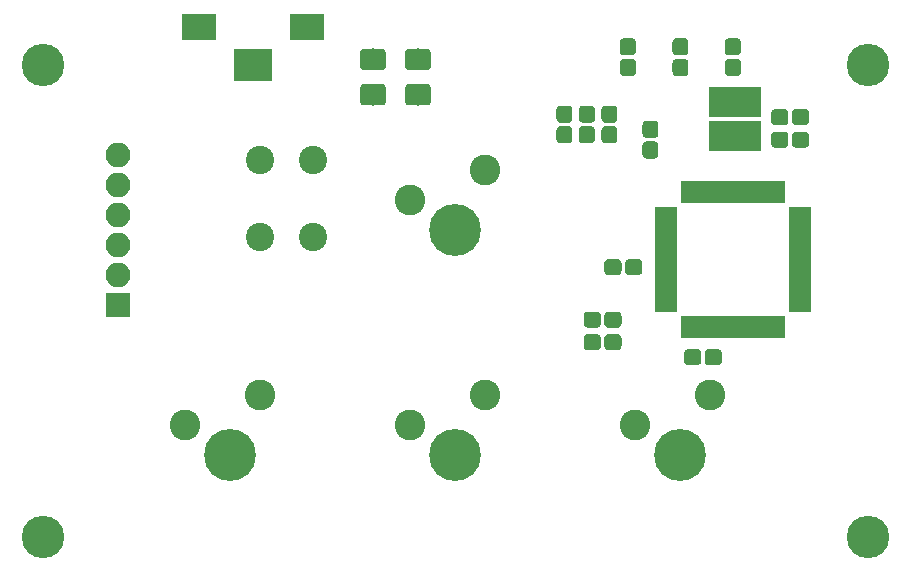
<source format=gbs>
G04 #@! TF.GenerationSoftware,KiCad,Pcbnew,(5.0.0)*
G04 #@! TF.CreationDate,2018-12-24T14:00:07+09:00*
G04 #@! TF.ProjectId,mykeyboard,6D796B6579626F6172642E6B69636164,rev?*
G04 #@! TF.SameCoordinates,Original*
G04 #@! TF.FileFunction,Soldermask,Bot*
G04 #@! TF.FilePolarity,Negative*
%FSLAX46Y46*%
G04 Gerber Fmt 4.6, Leading zero omitted, Abs format (unit mm)*
G04 Created by KiCad (PCBNEW (5.0.0)) date 12/24/18 14:00:07*
%MOMM*%
%LPD*%
G01*
G04 APERTURE LIST*
%ADD10R,2.200000X2.500000*%
%ADD11C,3.600000*%
%ADD12C,4.400000*%
%ADD13C,2.600000*%
%ADD14C,2.400000*%
%ADD15O,2.100000X2.100000*%
%ADD16R,2.100000X2.100000*%
%ADD17R,3.000000X2.300000*%
%ADD18R,0.800000X2.800000*%
%ADD19C,0.100000*%
%ADD20C,1.350000*%
%ADD21C,1.825000*%
%ADD22R,1.900000X0.950000*%
%ADD23R,0.950000X1.900000*%
G04 APERTURE END LIST*
D10*
G04 #@! TO.C,Y1*
X130175000Y-56240000D03*
X130175000Y-53340000D03*
X127975000Y-53340000D03*
X127975000Y-56240000D03*
G04 #@! TD*
D11*
G04 #@! TO.C,*
X70485000Y-90170000D03*
G04 #@! TD*
G04 #@! TO.C,*
X70485000Y-50165000D03*
G04 #@! TD*
D12*
G04 #@! TO.C,SW_DOWN1*
X105410000Y-83185000D03*
D13*
X101600000Y-80645000D03*
X107950000Y-78105000D03*
G04 #@! TD*
D12*
G04 #@! TO.C,SW_LEFT1*
X86360000Y-83185000D03*
D13*
X82550000Y-80645000D03*
X88900000Y-78105000D03*
G04 #@! TD*
D12*
G04 #@! TO.C,SW_RIGHT1*
X124460000Y-83185000D03*
D13*
X120650000Y-80645000D03*
X127000000Y-78105000D03*
G04 #@! TD*
D12*
G04 #@! TO.C,SW_UP1*
X105410000Y-64135000D03*
D13*
X101600000Y-61595000D03*
X107950000Y-59055000D03*
G04 #@! TD*
D14*
G04 #@! TO.C,SW_RST1*
X93345000Y-58270000D03*
X88845000Y-58270000D03*
X93345000Y-64770000D03*
X88845000Y-64770000D03*
G04 #@! TD*
D15*
G04 #@! TO.C,J2*
X76835000Y-57785000D03*
X76835000Y-60325000D03*
X76835000Y-62865000D03*
X76835000Y-65405000D03*
X76835000Y-67945000D03*
D16*
X76835000Y-70485000D03*
G04 #@! TD*
D17*
G04 #@! TO.C,J1*
X92865000Y-46990000D03*
X83665000Y-46990000D03*
D18*
X86965000Y-50190000D03*
X87615000Y-50190000D03*
X88265000Y-50190000D03*
X88915000Y-50190000D03*
X89565000Y-50190000D03*
G04 #@! TD*
D19*
G04 #@! TO.C,C1*
G36*
X115008605Y-55379134D02*
X115041367Y-55383994D01*
X115073495Y-55392042D01*
X115104680Y-55403200D01*
X115134620Y-55417361D01*
X115163029Y-55434388D01*
X115189632Y-55454118D01*
X115214173Y-55476360D01*
X115236415Y-55500901D01*
X115256145Y-55527504D01*
X115273172Y-55555913D01*
X115287333Y-55585853D01*
X115298491Y-55617038D01*
X115306539Y-55649166D01*
X115311399Y-55681928D01*
X115313024Y-55715009D01*
X115313024Y-56490009D01*
X115311399Y-56523090D01*
X115306539Y-56555852D01*
X115298491Y-56587980D01*
X115287333Y-56619165D01*
X115273172Y-56649105D01*
X115256145Y-56677514D01*
X115236415Y-56704117D01*
X115214173Y-56728658D01*
X115189632Y-56750900D01*
X115163029Y-56770630D01*
X115134620Y-56787657D01*
X115104680Y-56801818D01*
X115073495Y-56812976D01*
X115041367Y-56821024D01*
X115008605Y-56825884D01*
X114975524Y-56827509D01*
X114300524Y-56827509D01*
X114267443Y-56825884D01*
X114234681Y-56821024D01*
X114202553Y-56812976D01*
X114171368Y-56801818D01*
X114141428Y-56787657D01*
X114113019Y-56770630D01*
X114086416Y-56750900D01*
X114061875Y-56728658D01*
X114039633Y-56704117D01*
X114019903Y-56677514D01*
X114002876Y-56649105D01*
X113988715Y-56619165D01*
X113977557Y-56587980D01*
X113969509Y-56555852D01*
X113964649Y-56523090D01*
X113963024Y-56490009D01*
X113963024Y-55715009D01*
X113964649Y-55681928D01*
X113969509Y-55649166D01*
X113977557Y-55617038D01*
X113988715Y-55585853D01*
X114002876Y-55555913D01*
X114019903Y-55527504D01*
X114039633Y-55500901D01*
X114061875Y-55476360D01*
X114086416Y-55454118D01*
X114113019Y-55434388D01*
X114141428Y-55417361D01*
X114171368Y-55403200D01*
X114202553Y-55392042D01*
X114234681Y-55383994D01*
X114267443Y-55379134D01*
X114300524Y-55377509D01*
X114975524Y-55377509D01*
X115008605Y-55379134D01*
X115008605Y-55379134D01*
G37*
D20*
X114638024Y-56102509D03*
D19*
G36*
X115008605Y-53629134D02*
X115041367Y-53633994D01*
X115073495Y-53642042D01*
X115104680Y-53653200D01*
X115134620Y-53667361D01*
X115163029Y-53684388D01*
X115189632Y-53704118D01*
X115214173Y-53726360D01*
X115236415Y-53750901D01*
X115256145Y-53777504D01*
X115273172Y-53805913D01*
X115287333Y-53835853D01*
X115298491Y-53867038D01*
X115306539Y-53899166D01*
X115311399Y-53931928D01*
X115313024Y-53965009D01*
X115313024Y-54740009D01*
X115311399Y-54773090D01*
X115306539Y-54805852D01*
X115298491Y-54837980D01*
X115287333Y-54869165D01*
X115273172Y-54899105D01*
X115256145Y-54927514D01*
X115236415Y-54954117D01*
X115214173Y-54978658D01*
X115189632Y-55000900D01*
X115163029Y-55020630D01*
X115134620Y-55037657D01*
X115104680Y-55051818D01*
X115073495Y-55062976D01*
X115041367Y-55071024D01*
X115008605Y-55075884D01*
X114975524Y-55077509D01*
X114300524Y-55077509D01*
X114267443Y-55075884D01*
X114234681Y-55071024D01*
X114202553Y-55062976D01*
X114171368Y-55051818D01*
X114141428Y-55037657D01*
X114113019Y-55020630D01*
X114086416Y-55000900D01*
X114061875Y-54978658D01*
X114039633Y-54954117D01*
X114019903Y-54927514D01*
X114002876Y-54899105D01*
X113988715Y-54869165D01*
X113977557Y-54837980D01*
X113969509Y-54805852D01*
X113964649Y-54773090D01*
X113963024Y-54740009D01*
X113963024Y-53965009D01*
X113964649Y-53931928D01*
X113969509Y-53899166D01*
X113977557Y-53867038D01*
X113988715Y-53835853D01*
X114002876Y-53805913D01*
X114019903Y-53777504D01*
X114039633Y-53750901D01*
X114061875Y-53726360D01*
X114086416Y-53704118D01*
X114113019Y-53684388D01*
X114141428Y-53667361D01*
X114171368Y-53653200D01*
X114202553Y-53642042D01*
X114234681Y-53633994D01*
X114267443Y-53629134D01*
X114300524Y-53627509D01*
X114975524Y-53627509D01*
X115008605Y-53629134D01*
X115008605Y-53629134D01*
G37*
D20*
X114638024Y-54352509D03*
G04 #@! TD*
D19*
G04 #@! TO.C,C2*
G36*
X116913605Y-55379134D02*
X116946367Y-55383994D01*
X116978495Y-55392042D01*
X117009680Y-55403200D01*
X117039620Y-55417361D01*
X117068029Y-55434388D01*
X117094632Y-55454118D01*
X117119173Y-55476360D01*
X117141415Y-55500901D01*
X117161145Y-55527504D01*
X117178172Y-55555913D01*
X117192333Y-55585853D01*
X117203491Y-55617038D01*
X117211539Y-55649166D01*
X117216399Y-55681928D01*
X117218024Y-55715009D01*
X117218024Y-56490009D01*
X117216399Y-56523090D01*
X117211539Y-56555852D01*
X117203491Y-56587980D01*
X117192333Y-56619165D01*
X117178172Y-56649105D01*
X117161145Y-56677514D01*
X117141415Y-56704117D01*
X117119173Y-56728658D01*
X117094632Y-56750900D01*
X117068029Y-56770630D01*
X117039620Y-56787657D01*
X117009680Y-56801818D01*
X116978495Y-56812976D01*
X116946367Y-56821024D01*
X116913605Y-56825884D01*
X116880524Y-56827509D01*
X116205524Y-56827509D01*
X116172443Y-56825884D01*
X116139681Y-56821024D01*
X116107553Y-56812976D01*
X116076368Y-56801818D01*
X116046428Y-56787657D01*
X116018019Y-56770630D01*
X115991416Y-56750900D01*
X115966875Y-56728658D01*
X115944633Y-56704117D01*
X115924903Y-56677514D01*
X115907876Y-56649105D01*
X115893715Y-56619165D01*
X115882557Y-56587980D01*
X115874509Y-56555852D01*
X115869649Y-56523090D01*
X115868024Y-56490009D01*
X115868024Y-55715009D01*
X115869649Y-55681928D01*
X115874509Y-55649166D01*
X115882557Y-55617038D01*
X115893715Y-55585853D01*
X115907876Y-55555913D01*
X115924903Y-55527504D01*
X115944633Y-55500901D01*
X115966875Y-55476360D01*
X115991416Y-55454118D01*
X116018019Y-55434388D01*
X116046428Y-55417361D01*
X116076368Y-55403200D01*
X116107553Y-55392042D01*
X116139681Y-55383994D01*
X116172443Y-55379134D01*
X116205524Y-55377509D01*
X116880524Y-55377509D01*
X116913605Y-55379134D01*
X116913605Y-55379134D01*
G37*
D20*
X116543024Y-56102509D03*
D19*
G36*
X116913605Y-53629134D02*
X116946367Y-53633994D01*
X116978495Y-53642042D01*
X117009680Y-53653200D01*
X117039620Y-53667361D01*
X117068029Y-53684388D01*
X117094632Y-53704118D01*
X117119173Y-53726360D01*
X117141415Y-53750901D01*
X117161145Y-53777504D01*
X117178172Y-53805913D01*
X117192333Y-53835853D01*
X117203491Y-53867038D01*
X117211539Y-53899166D01*
X117216399Y-53931928D01*
X117218024Y-53965009D01*
X117218024Y-54740009D01*
X117216399Y-54773090D01*
X117211539Y-54805852D01*
X117203491Y-54837980D01*
X117192333Y-54869165D01*
X117178172Y-54899105D01*
X117161145Y-54927514D01*
X117141415Y-54954117D01*
X117119173Y-54978658D01*
X117094632Y-55000900D01*
X117068029Y-55020630D01*
X117039620Y-55037657D01*
X117009680Y-55051818D01*
X116978495Y-55062976D01*
X116946367Y-55071024D01*
X116913605Y-55075884D01*
X116880524Y-55077509D01*
X116205524Y-55077509D01*
X116172443Y-55075884D01*
X116139681Y-55071024D01*
X116107553Y-55062976D01*
X116076368Y-55051818D01*
X116046428Y-55037657D01*
X116018019Y-55020630D01*
X115991416Y-55000900D01*
X115966875Y-54978658D01*
X115944633Y-54954117D01*
X115924903Y-54927514D01*
X115907876Y-54899105D01*
X115893715Y-54869165D01*
X115882557Y-54837980D01*
X115874509Y-54805852D01*
X115869649Y-54773090D01*
X115868024Y-54740009D01*
X115868024Y-53965009D01*
X115869649Y-53931928D01*
X115874509Y-53899166D01*
X115882557Y-53867038D01*
X115893715Y-53835853D01*
X115907876Y-53805913D01*
X115924903Y-53777504D01*
X115944633Y-53750901D01*
X115966875Y-53726360D01*
X115991416Y-53704118D01*
X116018019Y-53684388D01*
X116046428Y-53667361D01*
X116076368Y-53653200D01*
X116107553Y-53642042D01*
X116139681Y-53633994D01*
X116172443Y-53629134D01*
X116205524Y-53627509D01*
X116880524Y-53627509D01*
X116913605Y-53629134D01*
X116913605Y-53629134D01*
G37*
D20*
X116543024Y-54352509D03*
G04 #@! TD*
D19*
G04 #@! TO.C,C3*
G36*
X118818605Y-53629134D02*
X118851367Y-53633994D01*
X118883495Y-53642042D01*
X118914680Y-53653200D01*
X118944620Y-53667361D01*
X118973029Y-53684388D01*
X118999632Y-53704118D01*
X119024173Y-53726360D01*
X119046415Y-53750901D01*
X119066145Y-53777504D01*
X119083172Y-53805913D01*
X119097333Y-53835853D01*
X119108491Y-53867038D01*
X119116539Y-53899166D01*
X119121399Y-53931928D01*
X119123024Y-53965009D01*
X119123024Y-54740009D01*
X119121399Y-54773090D01*
X119116539Y-54805852D01*
X119108491Y-54837980D01*
X119097333Y-54869165D01*
X119083172Y-54899105D01*
X119066145Y-54927514D01*
X119046415Y-54954117D01*
X119024173Y-54978658D01*
X118999632Y-55000900D01*
X118973029Y-55020630D01*
X118944620Y-55037657D01*
X118914680Y-55051818D01*
X118883495Y-55062976D01*
X118851367Y-55071024D01*
X118818605Y-55075884D01*
X118785524Y-55077509D01*
X118110524Y-55077509D01*
X118077443Y-55075884D01*
X118044681Y-55071024D01*
X118012553Y-55062976D01*
X117981368Y-55051818D01*
X117951428Y-55037657D01*
X117923019Y-55020630D01*
X117896416Y-55000900D01*
X117871875Y-54978658D01*
X117849633Y-54954117D01*
X117829903Y-54927514D01*
X117812876Y-54899105D01*
X117798715Y-54869165D01*
X117787557Y-54837980D01*
X117779509Y-54805852D01*
X117774649Y-54773090D01*
X117773024Y-54740009D01*
X117773024Y-53965009D01*
X117774649Y-53931928D01*
X117779509Y-53899166D01*
X117787557Y-53867038D01*
X117798715Y-53835853D01*
X117812876Y-53805913D01*
X117829903Y-53777504D01*
X117849633Y-53750901D01*
X117871875Y-53726360D01*
X117896416Y-53704118D01*
X117923019Y-53684388D01*
X117951428Y-53667361D01*
X117981368Y-53653200D01*
X118012553Y-53642042D01*
X118044681Y-53633994D01*
X118077443Y-53629134D01*
X118110524Y-53627509D01*
X118785524Y-53627509D01*
X118818605Y-53629134D01*
X118818605Y-53629134D01*
G37*
D20*
X118448024Y-54352509D03*
D19*
G36*
X118818605Y-55379134D02*
X118851367Y-55383994D01*
X118883495Y-55392042D01*
X118914680Y-55403200D01*
X118944620Y-55417361D01*
X118973029Y-55434388D01*
X118999632Y-55454118D01*
X119024173Y-55476360D01*
X119046415Y-55500901D01*
X119066145Y-55527504D01*
X119083172Y-55555913D01*
X119097333Y-55585853D01*
X119108491Y-55617038D01*
X119116539Y-55649166D01*
X119121399Y-55681928D01*
X119123024Y-55715009D01*
X119123024Y-56490009D01*
X119121399Y-56523090D01*
X119116539Y-56555852D01*
X119108491Y-56587980D01*
X119097333Y-56619165D01*
X119083172Y-56649105D01*
X119066145Y-56677514D01*
X119046415Y-56704117D01*
X119024173Y-56728658D01*
X118999632Y-56750900D01*
X118973029Y-56770630D01*
X118944620Y-56787657D01*
X118914680Y-56801818D01*
X118883495Y-56812976D01*
X118851367Y-56821024D01*
X118818605Y-56825884D01*
X118785524Y-56827509D01*
X118110524Y-56827509D01*
X118077443Y-56825884D01*
X118044681Y-56821024D01*
X118012553Y-56812976D01*
X117981368Y-56801818D01*
X117951428Y-56787657D01*
X117923019Y-56770630D01*
X117896416Y-56750900D01*
X117871875Y-56728658D01*
X117849633Y-56704117D01*
X117829903Y-56677514D01*
X117812876Y-56649105D01*
X117798715Y-56619165D01*
X117787557Y-56587980D01*
X117779509Y-56555852D01*
X117774649Y-56523090D01*
X117773024Y-56490009D01*
X117773024Y-55715009D01*
X117774649Y-55681928D01*
X117779509Y-55649166D01*
X117787557Y-55617038D01*
X117798715Y-55585853D01*
X117812876Y-55555913D01*
X117829903Y-55527504D01*
X117849633Y-55500901D01*
X117871875Y-55476360D01*
X117896416Y-55454118D01*
X117923019Y-55434388D01*
X117951428Y-55417361D01*
X117981368Y-55403200D01*
X118012553Y-55392042D01*
X118044681Y-55383994D01*
X118077443Y-55379134D01*
X118110524Y-55377509D01*
X118785524Y-55377509D01*
X118818605Y-55379134D01*
X118818605Y-55379134D01*
G37*
D20*
X118448024Y-56102509D03*
G04 #@! TD*
D19*
G04 #@! TO.C,C4*
G36*
X133290581Y-55841625D02*
X133323343Y-55846485D01*
X133355471Y-55854533D01*
X133386656Y-55865691D01*
X133416596Y-55879852D01*
X133445005Y-55896879D01*
X133471608Y-55916609D01*
X133496149Y-55938851D01*
X133518391Y-55963392D01*
X133538121Y-55989995D01*
X133555148Y-56018404D01*
X133569309Y-56048344D01*
X133580467Y-56079529D01*
X133588515Y-56111657D01*
X133593375Y-56144419D01*
X133595000Y-56177500D01*
X133595000Y-56852500D01*
X133593375Y-56885581D01*
X133588515Y-56918343D01*
X133580467Y-56950471D01*
X133569309Y-56981656D01*
X133555148Y-57011596D01*
X133538121Y-57040005D01*
X133518391Y-57066608D01*
X133496149Y-57091149D01*
X133471608Y-57113391D01*
X133445005Y-57133121D01*
X133416596Y-57150148D01*
X133386656Y-57164309D01*
X133355471Y-57175467D01*
X133323343Y-57183515D01*
X133290581Y-57188375D01*
X133257500Y-57190000D01*
X132482500Y-57190000D01*
X132449419Y-57188375D01*
X132416657Y-57183515D01*
X132384529Y-57175467D01*
X132353344Y-57164309D01*
X132323404Y-57150148D01*
X132294995Y-57133121D01*
X132268392Y-57113391D01*
X132243851Y-57091149D01*
X132221609Y-57066608D01*
X132201879Y-57040005D01*
X132184852Y-57011596D01*
X132170691Y-56981656D01*
X132159533Y-56950471D01*
X132151485Y-56918343D01*
X132146625Y-56885581D01*
X132145000Y-56852500D01*
X132145000Y-56177500D01*
X132146625Y-56144419D01*
X132151485Y-56111657D01*
X132159533Y-56079529D01*
X132170691Y-56048344D01*
X132184852Y-56018404D01*
X132201879Y-55989995D01*
X132221609Y-55963392D01*
X132243851Y-55938851D01*
X132268392Y-55916609D01*
X132294995Y-55896879D01*
X132323404Y-55879852D01*
X132353344Y-55865691D01*
X132384529Y-55854533D01*
X132416657Y-55846485D01*
X132449419Y-55841625D01*
X132482500Y-55840000D01*
X133257500Y-55840000D01*
X133290581Y-55841625D01*
X133290581Y-55841625D01*
G37*
D20*
X132870000Y-56515000D03*
D19*
G36*
X135040581Y-55841625D02*
X135073343Y-55846485D01*
X135105471Y-55854533D01*
X135136656Y-55865691D01*
X135166596Y-55879852D01*
X135195005Y-55896879D01*
X135221608Y-55916609D01*
X135246149Y-55938851D01*
X135268391Y-55963392D01*
X135288121Y-55989995D01*
X135305148Y-56018404D01*
X135319309Y-56048344D01*
X135330467Y-56079529D01*
X135338515Y-56111657D01*
X135343375Y-56144419D01*
X135345000Y-56177500D01*
X135345000Y-56852500D01*
X135343375Y-56885581D01*
X135338515Y-56918343D01*
X135330467Y-56950471D01*
X135319309Y-56981656D01*
X135305148Y-57011596D01*
X135288121Y-57040005D01*
X135268391Y-57066608D01*
X135246149Y-57091149D01*
X135221608Y-57113391D01*
X135195005Y-57133121D01*
X135166596Y-57150148D01*
X135136656Y-57164309D01*
X135105471Y-57175467D01*
X135073343Y-57183515D01*
X135040581Y-57188375D01*
X135007500Y-57190000D01*
X134232500Y-57190000D01*
X134199419Y-57188375D01*
X134166657Y-57183515D01*
X134134529Y-57175467D01*
X134103344Y-57164309D01*
X134073404Y-57150148D01*
X134044995Y-57133121D01*
X134018392Y-57113391D01*
X133993851Y-57091149D01*
X133971609Y-57066608D01*
X133951879Y-57040005D01*
X133934852Y-57011596D01*
X133920691Y-56981656D01*
X133909533Y-56950471D01*
X133901485Y-56918343D01*
X133896625Y-56885581D01*
X133895000Y-56852500D01*
X133895000Y-56177500D01*
X133896625Y-56144419D01*
X133901485Y-56111657D01*
X133909533Y-56079529D01*
X133920691Y-56048344D01*
X133934852Y-56018404D01*
X133951879Y-55989995D01*
X133971609Y-55963392D01*
X133993851Y-55938851D01*
X134018392Y-55916609D01*
X134044995Y-55896879D01*
X134073404Y-55879852D01*
X134103344Y-55865691D01*
X134134529Y-55854533D01*
X134166657Y-55846485D01*
X134199419Y-55841625D01*
X134232500Y-55840000D01*
X135007500Y-55840000D01*
X135040581Y-55841625D01*
X135040581Y-55841625D01*
G37*
D20*
X134620000Y-56515000D03*
G04 #@! TD*
D19*
G04 #@! TO.C,C5*
G36*
X135040581Y-53936625D02*
X135073343Y-53941485D01*
X135105471Y-53949533D01*
X135136656Y-53960691D01*
X135166596Y-53974852D01*
X135195005Y-53991879D01*
X135221608Y-54011609D01*
X135246149Y-54033851D01*
X135268391Y-54058392D01*
X135288121Y-54084995D01*
X135305148Y-54113404D01*
X135319309Y-54143344D01*
X135330467Y-54174529D01*
X135338515Y-54206657D01*
X135343375Y-54239419D01*
X135345000Y-54272500D01*
X135345000Y-54947500D01*
X135343375Y-54980581D01*
X135338515Y-55013343D01*
X135330467Y-55045471D01*
X135319309Y-55076656D01*
X135305148Y-55106596D01*
X135288121Y-55135005D01*
X135268391Y-55161608D01*
X135246149Y-55186149D01*
X135221608Y-55208391D01*
X135195005Y-55228121D01*
X135166596Y-55245148D01*
X135136656Y-55259309D01*
X135105471Y-55270467D01*
X135073343Y-55278515D01*
X135040581Y-55283375D01*
X135007500Y-55285000D01*
X134232500Y-55285000D01*
X134199419Y-55283375D01*
X134166657Y-55278515D01*
X134134529Y-55270467D01*
X134103344Y-55259309D01*
X134073404Y-55245148D01*
X134044995Y-55228121D01*
X134018392Y-55208391D01*
X133993851Y-55186149D01*
X133971609Y-55161608D01*
X133951879Y-55135005D01*
X133934852Y-55106596D01*
X133920691Y-55076656D01*
X133909533Y-55045471D01*
X133901485Y-55013343D01*
X133896625Y-54980581D01*
X133895000Y-54947500D01*
X133895000Y-54272500D01*
X133896625Y-54239419D01*
X133901485Y-54206657D01*
X133909533Y-54174529D01*
X133920691Y-54143344D01*
X133934852Y-54113404D01*
X133951879Y-54084995D01*
X133971609Y-54058392D01*
X133993851Y-54033851D01*
X134018392Y-54011609D01*
X134044995Y-53991879D01*
X134073404Y-53974852D01*
X134103344Y-53960691D01*
X134134529Y-53949533D01*
X134166657Y-53941485D01*
X134199419Y-53936625D01*
X134232500Y-53935000D01*
X135007500Y-53935000D01*
X135040581Y-53936625D01*
X135040581Y-53936625D01*
G37*
D20*
X134620000Y-54610000D03*
D19*
G36*
X133290581Y-53936625D02*
X133323343Y-53941485D01*
X133355471Y-53949533D01*
X133386656Y-53960691D01*
X133416596Y-53974852D01*
X133445005Y-53991879D01*
X133471608Y-54011609D01*
X133496149Y-54033851D01*
X133518391Y-54058392D01*
X133538121Y-54084995D01*
X133555148Y-54113404D01*
X133569309Y-54143344D01*
X133580467Y-54174529D01*
X133588515Y-54206657D01*
X133593375Y-54239419D01*
X133595000Y-54272500D01*
X133595000Y-54947500D01*
X133593375Y-54980581D01*
X133588515Y-55013343D01*
X133580467Y-55045471D01*
X133569309Y-55076656D01*
X133555148Y-55106596D01*
X133538121Y-55135005D01*
X133518391Y-55161608D01*
X133496149Y-55186149D01*
X133471608Y-55208391D01*
X133445005Y-55228121D01*
X133416596Y-55245148D01*
X133386656Y-55259309D01*
X133355471Y-55270467D01*
X133323343Y-55278515D01*
X133290581Y-55283375D01*
X133257500Y-55285000D01*
X132482500Y-55285000D01*
X132449419Y-55283375D01*
X132416657Y-55278515D01*
X132384529Y-55270467D01*
X132353344Y-55259309D01*
X132323404Y-55245148D01*
X132294995Y-55228121D01*
X132268392Y-55208391D01*
X132243851Y-55186149D01*
X132221609Y-55161608D01*
X132201879Y-55135005D01*
X132184852Y-55106596D01*
X132170691Y-55076656D01*
X132159533Y-55045471D01*
X132151485Y-55013343D01*
X132146625Y-54980581D01*
X132145000Y-54947500D01*
X132145000Y-54272500D01*
X132146625Y-54239419D01*
X132151485Y-54206657D01*
X132159533Y-54174529D01*
X132170691Y-54143344D01*
X132184852Y-54113404D01*
X132201879Y-54084995D01*
X132221609Y-54058392D01*
X132243851Y-54033851D01*
X132268392Y-54011609D01*
X132294995Y-53991879D01*
X132323404Y-53974852D01*
X132353344Y-53960691D01*
X132384529Y-53949533D01*
X132416657Y-53941485D01*
X132449419Y-53936625D01*
X132482500Y-53935000D01*
X133257500Y-53935000D01*
X133290581Y-53936625D01*
X133290581Y-53936625D01*
G37*
D20*
X132870000Y-54610000D03*
G04 #@! TD*
D19*
G04 #@! TO.C,C6*
G36*
X127660581Y-74256625D02*
X127693343Y-74261485D01*
X127725471Y-74269533D01*
X127756656Y-74280691D01*
X127786596Y-74294852D01*
X127815005Y-74311879D01*
X127841608Y-74331609D01*
X127866149Y-74353851D01*
X127888391Y-74378392D01*
X127908121Y-74404995D01*
X127925148Y-74433404D01*
X127939309Y-74463344D01*
X127950467Y-74494529D01*
X127958515Y-74526657D01*
X127963375Y-74559419D01*
X127965000Y-74592500D01*
X127965000Y-75267500D01*
X127963375Y-75300581D01*
X127958515Y-75333343D01*
X127950467Y-75365471D01*
X127939309Y-75396656D01*
X127925148Y-75426596D01*
X127908121Y-75455005D01*
X127888391Y-75481608D01*
X127866149Y-75506149D01*
X127841608Y-75528391D01*
X127815005Y-75548121D01*
X127786596Y-75565148D01*
X127756656Y-75579309D01*
X127725471Y-75590467D01*
X127693343Y-75598515D01*
X127660581Y-75603375D01*
X127627500Y-75605000D01*
X126852500Y-75605000D01*
X126819419Y-75603375D01*
X126786657Y-75598515D01*
X126754529Y-75590467D01*
X126723344Y-75579309D01*
X126693404Y-75565148D01*
X126664995Y-75548121D01*
X126638392Y-75528391D01*
X126613851Y-75506149D01*
X126591609Y-75481608D01*
X126571879Y-75455005D01*
X126554852Y-75426596D01*
X126540691Y-75396656D01*
X126529533Y-75365471D01*
X126521485Y-75333343D01*
X126516625Y-75300581D01*
X126515000Y-75267500D01*
X126515000Y-74592500D01*
X126516625Y-74559419D01*
X126521485Y-74526657D01*
X126529533Y-74494529D01*
X126540691Y-74463344D01*
X126554852Y-74433404D01*
X126571879Y-74404995D01*
X126591609Y-74378392D01*
X126613851Y-74353851D01*
X126638392Y-74331609D01*
X126664995Y-74311879D01*
X126693404Y-74294852D01*
X126723344Y-74280691D01*
X126754529Y-74269533D01*
X126786657Y-74261485D01*
X126819419Y-74256625D01*
X126852500Y-74255000D01*
X127627500Y-74255000D01*
X127660581Y-74256625D01*
X127660581Y-74256625D01*
G37*
D20*
X127240000Y-74930000D03*
D19*
G36*
X125910581Y-74256625D02*
X125943343Y-74261485D01*
X125975471Y-74269533D01*
X126006656Y-74280691D01*
X126036596Y-74294852D01*
X126065005Y-74311879D01*
X126091608Y-74331609D01*
X126116149Y-74353851D01*
X126138391Y-74378392D01*
X126158121Y-74404995D01*
X126175148Y-74433404D01*
X126189309Y-74463344D01*
X126200467Y-74494529D01*
X126208515Y-74526657D01*
X126213375Y-74559419D01*
X126215000Y-74592500D01*
X126215000Y-75267500D01*
X126213375Y-75300581D01*
X126208515Y-75333343D01*
X126200467Y-75365471D01*
X126189309Y-75396656D01*
X126175148Y-75426596D01*
X126158121Y-75455005D01*
X126138391Y-75481608D01*
X126116149Y-75506149D01*
X126091608Y-75528391D01*
X126065005Y-75548121D01*
X126036596Y-75565148D01*
X126006656Y-75579309D01*
X125975471Y-75590467D01*
X125943343Y-75598515D01*
X125910581Y-75603375D01*
X125877500Y-75605000D01*
X125102500Y-75605000D01*
X125069419Y-75603375D01*
X125036657Y-75598515D01*
X125004529Y-75590467D01*
X124973344Y-75579309D01*
X124943404Y-75565148D01*
X124914995Y-75548121D01*
X124888392Y-75528391D01*
X124863851Y-75506149D01*
X124841609Y-75481608D01*
X124821879Y-75455005D01*
X124804852Y-75426596D01*
X124790691Y-75396656D01*
X124779533Y-75365471D01*
X124771485Y-75333343D01*
X124766625Y-75300581D01*
X124765000Y-75267500D01*
X124765000Y-74592500D01*
X124766625Y-74559419D01*
X124771485Y-74526657D01*
X124779533Y-74494529D01*
X124790691Y-74463344D01*
X124804852Y-74433404D01*
X124821879Y-74404995D01*
X124841609Y-74378392D01*
X124863851Y-74353851D01*
X124888392Y-74331609D01*
X124914995Y-74311879D01*
X124943404Y-74294852D01*
X124973344Y-74280691D01*
X125004529Y-74269533D01*
X125036657Y-74261485D01*
X125069419Y-74256625D01*
X125102500Y-74255000D01*
X125877500Y-74255000D01*
X125910581Y-74256625D01*
X125910581Y-74256625D01*
G37*
D20*
X125490000Y-74930000D03*
G04 #@! TD*
D19*
G04 #@! TO.C,C7*
G36*
X120915581Y-66636625D02*
X120948343Y-66641485D01*
X120980471Y-66649533D01*
X121011656Y-66660691D01*
X121041596Y-66674852D01*
X121070005Y-66691879D01*
X121096608Y-66711609D01*
X121121149Y-66733851D01*
X121143391Y-66758392D01*
X121163121Y-66784995D01*
X121180148Y-66813404D01*
X121194309Y-66843344D01*
X121205467Y-66874529D01*
X121213515Y-66906657D01*
X121218375Y-66939419D01*
X121220000Y-66972500D01*
X121220000Y-67647500D01*
X121218375Y-67680581D01*
X121213515Y-67713343D01*
X121205467Y-67745471D01*
X121194309Y-67776656D01*
X121180148Y-67806596D01*
X121163121Y-67835005D01*
X121143391Y-67861608D01*
X121121149Y-67886149D01*
X121096608Y-67908391D01*
X121070005Y-67928121D01*
X121041596Y-67945148D01*
X121011656Y-67959309D01*
X120980471Y-67970467D01*
X120948343Y-67978515D01*
X120915581Y-67983375D01*
X120882500Y-67985000D01*
X120107500Y-67985000D01*
X120074419Y-67983375D01*
X120041657Y-67978515D01*
X120009529Y-67970467D01*
X119978344Y-67959309D01*
X119948404Y-67945148D01*
X119919995Y-67928121D01*
X119893392Y-67908391D01*
X119868851Y-67886149D01*
X119846609Y-67861608D01*
X119826879Y-67835005D01*
X119809852Y-67806596D01*
X119795691Y-67776656D01*
X119784533Y-67745471D01*
X119776485Y-67713343D01*
X119771625Y-67680581D01*
X119770000Y-67647500D01*
X119770000Y-66972500D01*
X119771625Y-66939419D01*
X119776485Y-66906657D01*
X119784533Y-66874529D01*
X119795691Y-66843344D01*
X119809852Y-66813404D01*
X119826879Y-66784995D01*
X119846609Y-66758392D01*
X119868851Y-66733851D01*
X119893392Y-66711609D01*
X119919995Y-66691879D01*
X119948404Y-66674852D01*
X119978344Y-66660691D01*
X120009529Y-66649533D01*
X120041657Y-66641485D01*
X120074419Y-66636625D01*
X120107500Y-66635000D01*
X120882500Y-66635000D01*
X120915581Y-66636625D01*
X120915581Y-66636625D01*
G37*
D20*
X120495000Y-67310000D03*
D19*
G36*
X119165581Y-66636625D02*
X119198343Y-66641485D01*
X119230471Y-66649533D01*
X119261656Y-66660691D01*
X119291596Y-66674852D01*
X119320005Y-66691879D01*
X119346608Y-66711609D01*
X119371149Y-66733851D01*
X119393391Y-66758392D01*
X119413121Y-66784995D01*
X119430148Y-66813404D01*
X119444309Y-66843344D01*
X119455467Y-66874529D01*
X119463515Y-66906657D01*
X119468375Y-66939419D01*
X119470000Y-66972500D01*
X119470000Y-67647500D01*
X119468375Y-67680581D01*
X119463515Y-67713343D01*
X119455467Y-67745471D01*
X119444309Y-67776656D01*
X119430148Y-67806596D01*
X119413121Y-67835005D01*
X119393391Y-67861608D01*
X119371149Y-67886149D01*
X119346608Y-67908391D01*
X119320005Y-67928121D01*
X119291596Y-67945148D01*
X119261656Y-67959309D01*
X119230471Y-67970467D01*
X119198343Y-67978515D01*
X119165581Y-67983375D01*
X119132500Y-67985000D01*
X118357500Y-67985000D01*
X118324419Y-67983375D01*
X118291657Y-67978515D01*
X118259529Y-67970467D01*
X118228344Y-67959309D01*
X118198404Y-67945148D01*
X118169995Y-67928121D01*
X118143392Y-67908391D01*
X118118851Y-67886149D01*
X118096609Y-67861608D01*
X118076879Y-67835005D01*
X118059852Y-67806596D01*
X118045691Y-67776656D01*
X118034533Y-67745471D01*
X118026485Y-67713343D01*
X118021625Y-67680581D01*
X118020000Y-67647500D01*
X118020000Y-66972500D01*
X118021625Y-66939419D01*
X118026485Y-66906657D01*
X118034533Y-66874529D01*
X118045691Y-66843344D01*
X118059852Y-66813404D01*
X118076879Y-66784995D01*
X118096609Y-66758392D01*
X118118851Y-66733851D01*
X118143392Y-66711609D01*
X118169995Y-66691879D01*
X118198404Y-66674852D01*
X118228344Y-66660691D01*
X118259529Y-66649533D01*
X118291657Y-66641485D01*
X118324419Y-66636625D01*
X118357500Y-66635000D01*
X119132500Y-66635000D01*
X119165581Y-66636625D01*
X119165581Y-66636625D01*
G37*
D20*
X118745000Y-67310000D03*
G04 #@! TD*
D19*
G04 #@! TO.C,D1*
G36*
X103021207Y-48819042D02*
X103052287Y-48823652D01*
X103082766Y-48831287D01*
X103112350Y-48841872D01*
X103140754Y-48855306D01*
X103167704Y-48871459D01*
X103192942Y-48890177D01*
X103216223Y-48911277D01*
X103237323Y-48934558D01*
X103256041Y-48959796D01*
X103272194Y-48986746D01*
X103285628Y-49015150D01*
X103296213Y-49044734D01*
X103303848Y-49075213D01*
X103308458Y-49106293D01*
X103310000Y-49137676D01*
X103310000Y-50322324D01*
X103308458Y-50353707D01*
X103303848Y-50384787D01*
X103296213Y-50415266D01*
X103285628Y-50444850D01*
X103272194Y-50473254D01*
X103256041Y-50500204D01*
X103237323Y-50525442D01*
X103216223Y-50548723D01*
X103192942Y-50569823D01*
X103167704Y-50588541D01*
X103140754Y-50604694D01*
X103112350Y-50618128D01*
X103082766Y-50628713D01*
X103052287Y-50636348D01*
X103021207Y-50640958D01*
X102989824Y-50642500D01*
X101480176Y-50642500D01*
X101448793Y-50640958D01*
X101417713Y-50636348D01*
X101387234Y-50628713D01*
X101357650Y-50618128D01*
X101329246Y-50604694D01*
X101302296Y-50588541D01*
X101277058Y-50569823D01*
X101253777Y-50548723D01*
X101232677Y-50525442D01*
X101213959Y-50500204D01*
X101197806Y-50473254D01*
X101184372Y-50444850D01*
X101173787Y-50415266D01*
X101166152Y-50384787D01*
X101161542Y-50353707D01*
X101160000Y-50322324D01*
X101160000Y-49137676D01*
X101161542Y-49106293D01*
X101166152Y-49075213D01*
X101173787Y-49044734D01*
X101184372Y-49015150D01*
X101197806Y-48986746D01*
X101213959Y-48959796D01*
X101232677Y-48934558D01*
X101253777Y-48911277D01*
X101277058Y-48890177D01*
X101302296Y-48871459D01*
X101329246Y-48855306D01*
X101357650Y-48841872D01*
X101387234Y-48831287D01*
X101417713Y-48823652D01*
X101448793Y-48819042D01*
X101480176Y-48817500D01*
X102989824Y-48817500D01*
X103021207Y-48819042D01*
X103021207Y-48819042D01*
G37*
D21*
X102235000Y-49730000D03*
D19*
G36*
X103021207Y-51794042D02*
X103052287Y-51798652D01*
X103082766Y-51806287D01*
X103112350Y-51816872D01*
X103140754Y-51830306D01*
X103167704Y-51846459D01*
X103192942Y-51865177D01*
X103216223Y-51886277D01*
X103237323Y-51909558D01*
X103256041Y-51934796D01*
X103272194Y-51961746D01*
X103285628Y-51990150D01*
X103296213Y-52019734D01*
X103303848Y-52050213D01*
X103308458Y-52081293D01*
X103310000Y-52112676D01*
X103310000Y-53297324D01*
X103308458Y-53328707D01*
X103303848Y-53359787D01*
X103296213Y-53390266D01*
X103285628Y-53419850D01*
X103272194Y-53448254D01*
X103256041Y-53475204D01*
X103237323Y-53500442D01*
X103216223Y-53523723D01*
X103192942Y-53544823D01*
X103167704Y-53563541D01*
X103140754Y-53579694D01*
X103112350Y-53593128D01*
X103082766Y-53603713D01*
X103052287Y-53611348D01*
X103021207Y-53615958D01*
X102989824Y-53617500D01*
X101480176Y-53617500D01*
X101448793Y-53615958D01*
X101417713Y-53611348D01*
X101387234Y-53603713D01*
X101357650Y-53593128D01*
X101329246Y-53579694D01*
X101302296Y-53563541D01*
X101277058Y-53544823D01*
X101253777Y-53523723D01*
X101232677Y-53500442D01*
X101213959Y-53475204D01*
X101197806Y-53448254D01*
X101184372Y-53419850D01*
X101173787Y-53390266D01*
X101166152Y-53359787D01*
X101161542Y-53328707D01*
X101160000Y-53297324D01*
X101160000Y-52112676D01*
X101161542Y-52081293D01*
X101166152Y-52050213D01*
X101173787Y-52019734D01*
X101184372Y-51990150D01*
X101197806Y-51961746D01*
X101213959Y-51934796D01*
X101232677Y-51909558D01*
X101253777Y-51886277D01*
X101277058Y-51865177D01*
X101302296Y-51846459D01*
X101329246Y-51830306D01*
X101357650Y-51816872D01*
X101387234Y-51806287D01*
X101417713Y-51798652D01*
X101448793Y-51794042D01*
X101480176Y-51792500D01*
X102989824Y-51792500D01*
X103021207Y-51794042D01*
X103021207Y-51794042D01*
G37*
D21*
X102235000Y-52705000D03*
G04 #@! TD*
D19*
G04 #@! TO.C,F1*
G36*
X99211207Y-48819042D02*
X99242287Y-48823652D01*
X99272766Y-48831287D01*
X99302350Y-48841872D01*
X99330754Y-48855306D01*
X99357704Y-48871459D01*
X99382942Y-48890177D01*
X99406223Y-48911277D01*
X99427323Y-48934558D01*
X99446041Y-48959796D01*
X99462194Y-48986746D01*
X99475628Y-49015150D01*
X99486213Y-49044734D01*
X99493848Y-49075213D01*
X99498458Y-49106293D01*
X99500000Y-49137676D01*
X99500000Y-50322324D01*
X99498458Y-50353707D01*
X99493848Y-50384787D01*
X99486213Y-50415266D01*
X99475628Y-50444850D01*
X99462194Y-50473254D01*
X99446041Y-50500204D01*
X99427323Y-50525442D01*
X99406223Y-50548723D01*
X99382942Y-50569823D01*
X99357704Y-50588541D01*
X99330754Y-50604694D01*
X99302350Y-50618128D01*
X99272766Y-50628713D01*
X99242287Y-50636348D01*
X99211207Y-50640958D01*
X99179824Y-50642500D01*
X97670176Y-50642500D01*
X97638793Y-50640958D01*
X97607713Y-50636348D01*
X97577234Y-50628713D01*
X97547650Y-50618128D01*
X97519246Y-50604694D01*
X97492296Y-50588541D01*
X97467058Y-50569823D01*
X97443777Y-50548723D01*
X97422677Y-50525442D01*
X97403959Y-50500204D01*
X97387806Y-50473254D01*
X97374372Y-50444850D01*
X97363787Y-50415266D01*
X97356152Y-50384787D01*
X97351542Y-50353707D01*
X97350000Y-50322324D01*
X97350000Y-49137676D01*
X97351542Y-49106293D01*
X97356152Y-49075213D01*
X97363787Y-49044734D01*
X97374372Y-49015150D01*
X97387806Y-48986746D01*
X97403959Y-48959796D01*
X97422677Y-48934558D01*
X97443777Y-48911277D01*
X97467058Y-48890177D01*
X97492296Y-48871459D01*
X97519246Y-48855306D01*
X97547650Y-48841872D01*
X97577234Y-48831287D01*
X97607713Y-48823652D01*
X97638793Y-48819042D01*
X97670176Y-48817500D01*
X99179824Y-48817500D01*
X99211207Y-48819042D01*
X99211207Y-48819042D01*
G37*
D21*
X98425000Y-49730000D03*
D19*
G36*
X99211207Y-51794042D02*
X99242287Y-51798652D01*
X99272766Y-51806287D01*
X99302350Y-51816872D01*
X99330754Y-51830306D01*
X99357704Y-51846459D01*
X99382942Y-51865177D01*
X99406223Y-51886277D01*
X99427323Y-51909558D01*
X99446041Y-51934796D01*
X99462194Y-51961746D01*
X99475628Y-51990150D01*
X99486213Y-52019734D01*
X99493848Y-52050213D01*
X99498458Y-52081293D01*
X99500000Y-52112676D01*
X99500000Y-53297324D01*
X99498458Y-53328707D01*
X99493848Y-53359787D01*
X99486213Y-53390266D01*
X99475628Y-53419850D01*
X99462194Y-53448254D01*
X99446041Y-53475204D01*
X99427323Y-53500442D01*
X99406223Y-53523723D01*
X99382942Y-53544823D01*
X99357704Y-53563541D01*
X99330754Y-53579694D01*
X99302350Y-53593128D01*
X99272766Y-53603713D01*
X99242287Y-53611348D01*
X99211207Y-53615958D01*
X99179824Y-53617500D01*
X97670176Y-53617500D01*
X97638793Y-53615958D01*
X97607713Y-53611348D01*
X97577234Y-53603713D01*
X97547650Y-53593128D01*
X97519246Y-53579694D01*
X97492296Y-53563541D01*
X97467058Y-53544823D01*
X97443777Y-53523723D01*
X97422677Y-53500442D01*
X97403959Y-53475204D01*
X97387806Y-53448254D01*
X97374372Y-53419850D01*
X97363787Y-53390266D01*
X97356152Y-53359787D01*
X97351542Y-53328707D01*
X97350000Y-53297324D01*
X97350000Y-52112676D01*
X97351542Y-52081293D01*
X97356152Y-52050213D01*
X97363787Y-52019734D01*
X97374372Y-51990150D01*
X97387806Y-51961746D01*
X97403959Y-51934796D01*
X97422677Y-51909558D01*
X97443777Y-51886277D01*
X97467058Y-51865177D01*
X97492296Y-51846459D01*
X97519246Y-51830306D01*
X97547650Y-51816872D01*
X97577234Y-51806287D01*
X97607713Y-51798652D01*
X97638793Y-51794042D01*
X97670176Y-51792500D01*
X99179824Y-51792500D01*
X99211207Y-51794042D01*
X99211207Y-51794042D01*
G37*
D21*
X98425000Y-52705000D03*
G04 #@! TD*
D19*
G04 #@! TO.C,R1*
G36*
X117415581Y-71081625D02*
X117448343Y-71086485D01*
X117480471Y-71094533D01*
X117511656Y-71105691D01*
X117541596Y-71119852D01*
X117570005Y-71136879D01*
X117596608Y-71156609D01*
X117621149Y-71178851D01*
X117643391Y-71203392D01*
X117663121Y-71229995D01*
X117680148Y-71258404D01*
X117694309Y-71288344D01*
X117705467Y-71319529D01*
X117713515Y-71351657D01*
X117718375Y-71384419D01*
X117720000Y-71417500D01*
X117720000Y-72092500D01*
X117718375Y-72125581D01*
X117713515Y-72158343D01*
X117705467Y-72190471D01*
X117694309Y-72221656D01*
X117680148Y-72251596D01*
X117663121Y-72280005D01*
X117643391Y-72306608D01*
X117621149Y-72331149D01*
X117596608Y-72353391D01*
X117570005Y-72373121D01*
X117541596Y-72390148D01*
X117511656Y-72404309D01*
X117480471Y-72415467D01*
X117448343Y-72423515D01*
X117415581Y-72428375D01*
X117382500Y-72430000D01*
X116607500Y-72430000D01*
X116574419Y-72428375D01*
X116541657Y-72423515D01*
X116509529Y-72415467D01*
X116478344Y-72404309D01*
X116448404Y-72390148D01*
X116419995Y-72373121D01*
X116393392Y-72353391D01*
X116368851Y-72331149D01*
X116346609Y-72306608D01*
X116326879Y-72280005D01*
X116309852Y-72251596D01*
X116295691Y-72221656D01*
X116284533Y-72190471D01*
X116276485Y-72158343D01*
X116271625Y-72125581D01*
X116270000Y-72092500D01*
X116270000Y-71417500D01*
X116271625Y-71384419D01*
X116276485Y-71351657D01*
X116284533Y-71319529D01*
X116295691Y-71288344D01*
X116309852Y-71258404D01*
X116326879Y-71229995D01*
X116346609Y-71203392D01*
X116368851Y-71178851D01*
X116393392Y-71156609D01*
X116419995Y-71136879D01*
X116448404Y-71119852D01*
X116478344Y-71105691D01*
X116509529Y-71094533D01*
X116541657Y-71086485D01*
X116574419Y-71081625D01*
X116607500Y-71080000D01*
X117382500Y-71080000D01*
X117415581Y-71081625D01*
X117415581Y-71081625D01*
G37*
D20*
X116995000Y-71755000D03*
D19*
G36*
X119165581Y-71081625D02*
X119198343Y-71086485D01*
X119230471Y-71094533D01*
X119261656Y-71105691D01*
X119291596Y-71119852D01*
X119320005Y-71136879D01*
X119346608Y-71156609D01*
X119371149Y-71178851D01*
X119393391Y-71203392D01*
X119413121Y-71229995D01*
X119430148Y-71258404D01*
X119444309Y-71288344D01*
X119455467Y-71319529D01*
X119463515Y-71351657D01*
X119468375Y-71384419D01*
X119470000Y-71417500D01*
X119470000Y-72092500D01*
X119468375Y-72125581D01*
X119463515Y-72158343D01*
X119455467Y-72190471D01*
X119444309Y-72221656D01*
X119430148Y-72251596D01*
X119413121Y-72280005D01*
X119393391Y-72306608D01*
X119371149Y-72331149D01*
X119346608Y-72353391D01*
X119320005Y-72373121D01*
X119291596Y-72390148D01*
X119261656Y-72404309D01*
X119230471Y-72415467D01*
X119198343Y-72423515D01*
X119165581Y-72428375D01*
X119132500Y-72430000D01*
X118357500Y-72430000D01*
X118324419Y-72428375D01*
X118291657Y-72423515D01*
X118259529Y-72415467D01*
X118228344Y-72404309D01*
X118198404Y-72390148D01*
X118169995Y-72373121D01*
X118143392Y-72353391D01*
X118118851Y-72331149D01*
X118096609Y-72306608D01*
X118076879Y-72280005D01*
X118059852Y-72251596D01*
X118045691Y-72221656D01*
X118034533Y-72190471D01*
X118026485Y-72158343D01*
X118021625Y-72125581D01*
X118020000Y-72092500D01*
X118020000Y-71417500D01*
X118021625Y-71384419D01*
X118026485Y-71351657D01*
X118034533Y-71319529D01*
X118045691Y-71288344D01*
X118059852Y-71258404D01*
X118076879Y-71229995D01*
X118096609Y-71203392D01*
X118118851Y-71178851D01*
X118143392Y-71156609D01*
X118169995Y-71136879D01*
X118198404Y-71119852D01*
X118228344Y-71105691D01*
X118259529Y-71094533D01*
X118291657Y-71086485D01*
X118324419Y-71081625D01*
X118357500Y-71080000D01*
X119132500Y-71080000D01*
X119165581Y-71081625D01*
X119165581Y-71081625D01*
G37*
D20*
X118745000Y-71755000D03*
G04 #@! TD*
D19*
G04 #@! TO.C,R2*
G36*
X119165581Y-72986625D02*
X119198343Y-72991485D01*
X119230471Y-72999533D01*
X119261656Y-73010691D01*
X119291596Y-73024852D01*
X119320005Y-73041879D01*
X119346608Y-73061609D01*
X119371149Y-73083851D01*
X119393391Y-73108392D01*
X119413121Y-73134995D01*
X119430148Y-73163404D01*
X119444309Y-73193344D01*
X119455467Y-73224529D01*
X119463515Y-73256657D01*
X119468375Y-73289419D01*
X119470000Y-73322500D01*
X119470000Y-73997500D01*
X119468375Y-74030581D01*
X119463515Y-74063343D01*
X119455467Y-74095471D01*
X119444309Y-74126656D01*
X119430148Y-74156596D01*
X119413121Y-74185005D01*
X119393391Y-74211608D01*
X119371149Y-74236149D01*
X119346608Y-74258391D01*
X119320005Y-74278121D01*
X119291596Y-74295148D01*
X119261656Y-74309309D01*
X119230471Y-74320467D01*
X119198343Y-74328515D01*
X119165581Y-74333375D01*
X119132500Y-74335000D01*
X118357500Y-74335000D01*
X118324419Y-74333375D01*
X118291657Y-74328515D01*
X118259529Y-74320467D01*
X118228344Y-74309309D01*
X118198404Y-74295148D01*
X118169995Y-74278121D01*
X118143392Y-74258391D01*
X118118851Y-74236149D01*
X118096609Y-74211608D01*
X118076879Y-74185005D01*
X118059852Y-74156596D01*
X118045691Y-74126656D01*
X118034533Y-74095471D01*
X118026485Y-74063343D01*
X118021625Y-74030581D01*
X118020000Y-73997500D01*
X118020000Y-73322500D01*
X118021625Y-73289419D01*
X118026485Y-73256657D01*
X118034533Y-73224529D01*
X118045691Y-73193344D01*
X118059852Y-73163404D01*
X118076879Y-73134995D01*
X118096609Y-73108392D01*
X118118851Y-73083851D01*
X118143392Y-73061609D01*
X118169995Y-73041879D01*
X118198404Y-73024852D01*
X118228344Y-73010691D01*
X118259529Y-72999533D01*
X118291657Y-72991485D01*
X118324419Y-72986625D01*
X118357500Y-72985000D01*
X119132500Y-72985000D01*
X119165581Y-72986625D01*
X119165581Y-72986625D01*
G37*
D20*
X118745000Y-73660000D03*
D19*
G36*
X117415581Y-72986625D02*
X117448343Y-72991485D01*
X117480471Y-72999533D01*
X117511656Y-73010691D01*
X117541596Y-73024852D01*
X117570005Y-73041879D01*
X117596608Y-73061609D01*
X117621149Y-73083851D01*
X117643391Y-73108392D01*
X117663121Y-73134995D01*
X117680148Y-73163404D01*
X117694309Y-73193344D01*
X117705467Y-73224529D01*
X117713515Y-73256657D01*
X117718375Y-73289419D01*
X117720000Y-73322500D01*
X117720000Y-73997500D01*
X117718375Y-74030581D01*
X117713515Y-74063343D01*
X117705467Y-74095471D01*
X117694309Y-74126656D01*
X117680148Y-74156596D01*
X117663121Y-74185005D01*
X117643391Y-74211608D01*
X117621149Y-74236149D01*
X117596608Y-74258391D01*
X117570005Y-74278121D01*
X117541596Y-74295148D01*
X117511656Y-74309309D01*
X117480471Y-74320467D01*
X117448343Y-74328515D01*
X117415581Y-74333375D01*
X117382500Y-74335000D01*
X116607500Y-74335000D01*
X116574419Y-74333375D01*
X116541657Y-74328515D01*
X116509529Y-74320467D01*
X116478344Y-74309309D01*
X116448404Y-74295148D01*
X116419995Y-74278121D01*
X116393392Y-74258391D01*
X116368851Y-74236149D01*
X116346609Y-74211608D01*
X116326879Y-74185005D01*
X116309852Y-74156596D01*
X116295691Y-74126656D01*
X116284533Y-74095471D01*
X116276485Y-74063343D01*
X116271625Y-74030581D01*
X116270000Y-73997500D01*
X116270000Y-73322500D01*
X116271625Y-73289419D01*
X116276485Y-73256657D01*
X116284533Y-73224529D01*
X116295691Y-73193344D01*
X116309852Y-73163404D01*
X116326879Y-73134995D01*
X116346609Y-73108392D01*
X116368851Y-73083851D01*
X116393392Y-73061609D01*
X116419995Y-73041879D01*
X116448404Y-73024852D01*
X116478344Y-73010691D01*
X116509529Y-72999533D01*
X116541657Y-72991485D01*
X116574419Y-72986625D01*
X116607500Y-72985000D01*
X117382500Y-72985000D01*
X117415581Y-72986625D01*
X117415581Y-72986625D01*
G37*
D20*
X116995000Y-73660000D03*
G04 #@! TD*
D19*
G04 #@! TO.C,R3*
G36*
X120385581Y-47931625D02*
X120418343Y-47936485D01*
X120450471Y-47944533D01*
X120481656Y-47955691D01*
X120511596Y-47969852D01*
X120540005Y-47986879D01*
X120566608Y-48006609D01*
X120591149Y-48028851D01*
X120613391Y-48053392D01*
X120633121Y-48079995D01*
X120650148Y-48108404D01*
X120664309Y-48138344D01*
X120675467Y-48169529D01*
X120683515Y-48201657D01*
X120688375Y-48234419D01*
X120690000Y-48267500D01*
X120690000Y-49042500D01*
X120688375Y-49075581D01*
X120683515Y-49108343D01*
X120675467Y-49140471D01*
X120664309Y-49171656D01*
X120650148Y-49201596D01*
X120633121Y-49230005D01*
X120613391Y-49256608D01*
X120591149Y-49281149D01*
X120566608Y-49303391D01*
X120540005Y-49323121D01*
X120511596Y-49340148D01*
X120481656Y-49354309D01*
X120450471Y-49365467D01*
X120418343Y-49373515D01*
X120385581Y-49378375D01*
X120352500Y-49380000D01*
X119677500Y-49380000D01*
X119644419Y-49378375D01*
X119611657Y-49373515D01*
X119579529Y-49365467D01*
X119548344Y-49354309D01*
X119518404Y-49340148D01*
X119489995Y-49323121D01*
X119463392Y-49303391D01*
X119438851Y-49281149D01*
X119416609Y-49256608D01*
X119396879Y-49230005D01*
X119379852Y-49201596D01*
X119365691Y-49171656D01*
X119354533Y-49140471D01*
X119346485Y-49108343D01*
X119341625Y-49075581D01*
X119340000Y-49042500D01*
X119340000Y-48267500D01*
X119341625Y-48234419D01*
X119346485Y-48201657D01*
X119354533Y-48169529D01*
X119365691Y-48138344D01*
X119379852Y-48108404D01*
X119396879Y-48079995D01*
X119416609Y-48053392D01*
X119438851Y-48028851D01*
X119463392Y-48006609D01*
X119489995Y-47986879D01*
X119518404Y-47969852D01*
X119548344Y-47955691D01*
X119579529Y-47944533D01*
X119611657Y-47936485D01*
X119644419Y-47931625D01*
X119677500Y-47930000D01*
X120352500Y-47930000D01*
X120385581Y-47931625D01*
X120385581Y-47931625D01*
G37*
D20*
X120015000Y-48655000D03*
D19*
G36*
X120385581Y-49681625D02*
X120418343Y-49686485D01*
X120450471Y-49694533D01*
X120481656Y-49705691D01*
X120511596Y-49719852D01*
X120540005Y-49736879D01*
X120566608Y-49756609D01*
X120591149Y-49778851D01*
X120613391Y-49803392D01*
X120633121Y-49829995D01*
X120650148Y-49858404D01*
X120664309Y-49888344D01*
X120675467Y-49919529D01*
X120683515Y-49951657D01*
X120688375Y-49984419D01*
X120690000Y-50017500D01*
X120690000Y-50792500D01*
X120688375Y-50825581D01*
X120683515Y-50858343D01*
X120675467Y-50890471D01*
X120664309Y-50921656D01*
X120650148Y-50951596D01*
X120633121Y-50980005D01*
X120613391Y-51006608D01*
X120591149Y-51031149D01*
X120566608Y-51053391D01*
X120540005Y-51073121D01*
X120511596Y-51090148D01*
X120481656Y-51104309D01*
X120450471Y-51115467D01*
X120418343Y-51123515D01*
X120385581Y-51128375D01*
X120352500Y-51130000D01*
X119677500Y-51130000D01*
X119644419Y-51128375D01*
X119611657Y-51123515D01*
X119579529Y-51115467D01*
X119548344Y-51104309D01*
X119518404Y-51090148D01*
X119489995Y-51073121D01*
X119463392Y-51053391D01*
X119438851Y-51031149D01*
X119416609Y-51006608D01*
X119396879Y-50980005D01*
X119379852Y-50951596D01*
X119365691Y-50921656D01*
X119354533Y-50890471D01*
X119346485Y-50858343D01*
X119341625Y-50825581D01*
X119340000Y-50792500D01*
X119340000Y-50017500D01*
X119341625Y-49984419D01*
X119346485Y-49951657D01*
X119354533Y-49919529D01*
X119365691Y-49888344D01*
X119379852Y-49858404D01*
X119396879Y-49829995D01*
X119416609Y-49803392D01*
X119438851Y-49778851D01*
X119463392Y-49756609D01*
X119489995Y-49736879D01*
X119518404Y-49719852D01*
X119548344Y-49705691D01*
X119579529Y-49694533D01*
X119611657Y-49686485D01*
X119644419Y-49681625D01*
X119677500Y-49680000D01*
X120352500Y-49680000D01*
X120385581Y-49681625D01*
X120385581Y-49681625D01*
G37*
D20*
X120015000Y-50405000D03*
G04 #@! TD*
D19*
G04 #@! TO.C,R4*
G36*
X122290581Y-56666625D02*
X122323343Y-56671485D01*
X122355471Y-56679533D01*
X122386656Y-56690691D01*
X122416596Y-56704852D01*
X122445005Y-56721879D01*
X122471608Y-56741609D01*
X122496149Y-56763851D01*
X122518391Y-56788392D01*
X122538121Y-56814995D01*
X122555148Y-56843404D01*
X122569309Y-56873344D01*
X122580467Y-56904529D01*
X122588515Y-56936657D01*
X122593375Y-56969419D01*
X122595000Y-57002500D01*
X122595000Y-57777500D01*
X122593375Y-57810581D01*
X122588515Y-57843343D01*
X122580467Y-57875471D01*
X122569309Y-57906656D01*
X122555148Y-57936596D01*
X122538121Y-57965005D01*
X122518391Y-57991608D01*
X122496149Y-58016149D01*
X122471608Y-58038391D01*
X122445005Y-58058121D01*
X122416596Y-58075148D01*
X122386656Y-58089309D01*
X122355471Y-58100467D01*
X122323343Y-58108515D01*
X122290581Y-58113375D01*
X122257500Y-58115000D01*
X121582500Y-58115000D01*
X121549419Y-58113375D01*
X121516657Y-58108515D01*
X121484529Y-58100467D01*
X121453344Y-58089309D01*
X121423404Y-58075148D01*
X121394995Y-58058121D01*
X121368392Y-58038391D01*
X121343851Y-58016149D01*
X121321609Y-57991608D01*
X121301879Y-57965005D01*
X121284852Y-57936596D01*
X121270691Y-57906656D01*
X121259533Y-57875471D01*
X121251485Y-57843343D01*
X121246625Y-57810581D01*
X121245000Y-57777500D01*
X121245000Y-57002500D01*
X121246625Y-56969419D01*
X121251485Y-56936657D01*
X121259533Y-56904529D01*
X121270691Y-56873344D01*
X121284852Y-56843404D01*
X121301879Y-56814995D01*
X121321609Y-56788392D01*
X121343851Y-56763851D01*
X121368392Y-56741609D01*
X121394995Y-56721879D01*
X121423404Y-56704852D01*
X121453344Y-56690691D01*
X121484529Y-56679533D01*
X121516657Y-56671485D01*
X121549419Y-56666625D01*
X121582500Y-56665000D01*
X122257500Y-56665000D01*
X122290581Y-56666625D01*
X122290581Y-56666625D01*
G37*
D20*
X121920000Y-57390000D03*
D19*
G36*
X122290581Y-54916625D02*
X122323343Y-54921485D01*
X122355471Y-54929533D01*
X122386656Y-54940691D01*
X122416596Y-54954852D01*
X122445005Y-54971879D01*
X122471608Y-54991609D01*
X122496149Y-55013851D01*
X122518391Y-55038392D01*
X122538121Y-55064995D01*
X122555148Y-55093404D01*
X122569309Y-55123344D01*
X122580467Y-55154529D01*
X122588515Y-55186657D01*
X122593375Y-55219419D01*
X122595000Y-55252500D01*
X122595000Y-56027500D01*
X122593375Y-56060581D01*
X122588515Y-56093343D01*
X122580467Y-56125471D01*
X122569309Y-56156656D01*
X122555148Y-56186596D01*
X122538121Y-56215005D01*
X122518391Y-56241608D01*
X122496149Y-56266149D01*
X122471608Y-56288391D01*
X122445005Y-56308121D01*
X122416596Y-56325148D01*
X122386656Y-56339309D01*
X122355471Y-56350467D01*
X122323343Y-56358515D01*
X122290581Y-56363375D01*
X122257500Y-56365000D01*
X121582500Y-56365000D01*
X121549419Y-56363375D01*
X121516657Y-56358515D01*
X121484529Y-56350467D01*
X121453344Y-56339309D01*
X121423404Y-56325148D01*
X121394995Y-56308121D01*
X121368392Y-56288391D01*
X121343851Y-56266149D01*
X121321609Y-56241608D01*
X121301879Y-56215005D01*
X121284852Y-56186596D01*
X121270691Y-56156656D01*
X121259533Y-56125471D01*
X121251485Y-56093343D01*
X121246625Y-56060581D01*
X121245000Y-56027500D01*
X121245000Y-55252500D01*
X121246625Y-55219419D01*
X121251485Y-55186657D01*
X121259533Y-55154529D01*
X121270691Y-55123344D01*
X121284852Y-55093404D01*
X121301879Y-55064995D01*
X121321609Y-55038392D01*
X121343851Y-55013851D01*
X121368392Y-54991609D01*
X121394995Y-54971879D01*
X121423404Y-54954852D01*
X121453344Y-54940691D01*
X121484529Y-54929533D01*
X121516657Y-54921485D01*
X121549419Y-54916625D01*
X121582500Y-54915000D01*
X122257500Y-54915000D01*
X122290581Y-54916625D01*
X122290581Y-54916625D01*
G37*
D20*
X121920000Y-55640000D03*
G04 #@! TD*
D19*
G04 #@! TO.C,R5*
G36*
X129275581Y-49681625D02*
X129308343Y-49686485D01*
X129340471Y-49694533D01*
X129371656Y-49705691D01*
X129401596Y-49719852D01*
X129430005Y-49736879D01*
X129456608Y-49756609D01*
X129481149Y-49778851D01*
X129503391Y-49803392D01*
X129523121Y-49829995D01*
X129540148Y-49858404D01*
X129554309Y-49888344D01*
X129565467Y-49919529D01*
X129573515Y-49951657D01*
X129578375Y-49984419D01*
X129580000Y-50017500D01*
X129580000Y-50792500D01*
X129578375Y-50825581D01*
X129573515Y-50858343D01*
X129565467Y-50890471D01*
X129554309Y-50921656D01*
X129540148Y-50951596D01*
X129523121Y-50980005D01*
X129503391Y-51006608D01*
X129481149Y-51031149D01*
X129456608Y-51053391D01*
X129430005Y-51073121D01*
X129401596Y-51090148D01*
X129371656Y-51104309D01*
X129340471Y-51115467D01*
X129308343Y-51123515D01*
X129275581Y-51128375D01*
X129242500Y-51130000D01*
X128567500Y-51130000D01*
X128534419Y-51128375D01*
X128501657Y-51123515D01*
X128469529Y-51115467D01*
X128438344Y-51104309D01*
X128408404Y-51090148D01*
X128379995Y-51073121D01*
X128353392Y-51053391D01*
X128328851Y-51031149D01*
X128306609Y-51006608D01*
X128286879Y-50980005D01*
X128269852Y-50951596D01*
X128255691Y-50921656D01*
X128244533Y-50890471D01*
X128236485Y-50858343D01*
X128231625Y-50825581D01*
X128230000Y-50792500D01*
X128230000Y-50017500D01*
X128231625Y-49984419D01*
X128236485Y-49951657D01*
X128244533Y-49919529D01*
X128255691Y-49888344D01*
X128269852Y-49858404D01*
X128286879Y-49829995D01*
X128306609Y-49803392D01*
X128328851Y-49778851D01*
X128353392Y-49756609D01*
X128379995Y-49736879D01*
X128408404Y-49719852D01*
X128438344Y-49705691D01*
X128469529Y-49694533D01*
X128501657Y-49686485D01*
X128534419Y-49681625D01*
X128567500Y-49680000D01*
X129242500Y-49680000D01*
X129275581Y-49681625D01*
X129275581Y-49681625D01*
G37*
D20*
X128905000Y-50405000D03*
D19*
G36*
X129275581Y-47931625D02*
X129308343Y-47936485D01*
X129340471Y-47944533D01*
X129371656Y-47955691D01*
X129401596Y-47969852D01*
X129430005Y-47986879D01*
X129456608Y-48006609D01*
X129481149Y-48028851D01*
X129503391Y-48053392D01*
X129523121Y-48079995D01*
X129540148Y-48108404D01*
X129554309Y-48138344D01*
X129565467Y-48169529D01*
X129573515Y-48201657D01*
X129578375Y-48234419D01*
X129580000Y-48267500D01*
X129580000Y-49042500D01*
X129578375Y-49075581D01*
X129573515Y-49108343D01*
X129565467Y-49140471D01*
X129554309Y-49171656D01*
X129540148Y-49201596D01*
X129523121Y-49230005D01*
X129503391Y-49256608D01*
X129481149Y-49281149D01*
X129456608Y-49303391D01*
X129430005Y-49323121D01*
X129401596Y-49340148D01*
X129371656Y-49354309D01*
X129340471Y-49365467D01*
X129308343Y-49373515D01*
X129275581Y-49378375D01*
X129242500Y-49380000D01*
X128567500Y-49380000D01*
X128534419Y-49378375D01*
X128501657Y-49373515D01*
X128469529Y-49365467D01*
X128438344Y-49354309D01*
X128408404Y-49340148D01*
X128379995Y-49323121D01*
X128353392Y-49303391D01*
X128328851Y-49281149D01*
X128306609Y-49256608D01*
X128286879Y-49230005D01*
X128269852Y-49201596D01*
X128255691Y-49171656D01*
X128244533Y-49140471D01*
X128236485Y-49108343D01*
X128231625Y-49075581D01*
X128230000Y-49042500D01*
X128230000Y-48267500D01*
X128231625Y-48234419D01*
X128236485Y-48201657D01*
X128244533Y-48169529D01*
X128255691Y-48138344D01*
X128269852Y-48108404D01*
X128286879Y-48079995D01*
X128306609Y-48053392D01*
X128328851Y-48028851D01*
X128353392Y-48006609D01*
X128379995Y-47986879D01*
X128408404Y-47969852D01*
X128438344Y-47955691D01*
X128469529Y-47944533D01*
X128501657Y-47936485D01*
X128534419Y-47931625D01*
X128567500Y-47930000D01*
X129242500Y-47930000D01*
X129275581Y-47931625D01*
X129275581Y-47931625D01*
G37*
D20*
X128905000Y-48655000D03*
G04 #@! TD*
D19*
G04 #@! TO.C,R6*
G36*
X124830581Y-47931625D02*
X124863343Y-47936485D01*
X124895471Y-47944533D01*
X124926656Y-47955691D01*
X124956596Y-47969852D01*
X124985005Y-47986879D01*
X125011608Y-48006609D01*
X125036149Y-48028851D01*
X125058391Y-48053392D01*
X125078121Y-48079995D01*
X125095148Y-48108404D01*
X125109309Y-48138344D01*
X125120467Y-48169529D01*
X125128515Y-48201657D01*
X125133375Y-48234419D01*
X125135000Y-48267500D01*
X125135000Y-49042500D01*
X125133375Y-49075581D01*
X125128515Y-49108343D01*
X125120467Y-49140471D01*
X125109309Y-49171656D01*
X125095148Y-49201596D01*
X125078121Y-49230005D01*
X125058391Y-49256608D01*
X125036149Y-49281149D01*
X125011608Y-49303391D01*
X124985005Y-49323121D01*
X124956596Y-49340148D01*
X124926656Y-49354309D01*
X124895471Y-49365467D01*
X124863343Y-49373515D01*
X124830581Y-49378375D01*
X124797500Y-49380000D01*
X124122500Y-49380000D01*
X124089419Y-49378375D01*
X124056657Y-49373515D01*
X124024529Y-49365467D01*
X123993344Y-49354309D01*
X123963404Y-49340148D01*
X123934995Y-49323121D01*
X123908392Y-49303391D01*
X123883851Y-49281149D01*
X123861609Y-49256608D01*
X123841879Y-49230005D01*
X123824852Y-49201596D01*
X123810691Y-49171656D01*
X123799533Y-49140471D01*
X123791485Y-49108343D01*
X123786625Y-49075581D01*
X123785000Y-49042500D01*
X123785000Y-48267500D01*
X123786625Y-48234419D01*
X123791485Y-48201657D01*
X123799533Y-48169529D01*
X123810691Y-48138344D01*
X123824852Y-48108404D01*
X123841879Y-48079995D01*
X123861609Y-48053392D01*
X123883851Y-48028851D01*
X123908392Y-48006609D01*
X123934995Y-47986879D01*
X123963404Y-47969852D01*
X123993344Y-47955691D01*
X124024529Y-47944533D01*
X124056657Y-47936485D01*
X124089419Y-47931625D01*
X124122500Y-47930000D01*
X124797500Y-47930000D01*
X124830581Y-47931625D01*
X124830581Y-47931625D01*
G37*
D20*
X124460000Y-48655000D03*
D19*
G36*
X124830581Y-49681625D02*
X124863343Y-49686485D01*
X124895471Y-49694533D01*
X124926656Y-49705691D01*
X124956596Y-49719852D01*
X124985005Y-49736879D01*
X125011608Y-49756609D01*
X125036149Y-49778851D01*
X125058391Y-49803392D01*
X125078121Y-49829995D01*
X125095148Y-49858404D01*
X125109309Y-49888344D01*
X125120467Y-49919529D01*
X125128515Y-49951657D01*
X125133375Y-49984419D01*
X125135000Y-50017500D01*
X125135000Y-50792500D01*
X125133375Y-50825581D01*
X125128515Y-50858343D01*
X125120467Y-50890471D01*
X125109309Y-50921656D01*
X125095148Y-50951596D01*
X125078121Y-50980005D01*
X125058391Y-51006608D01*
X125036149Y-51031149D01*
X125011608Y-51053391D01*
X124985005Y-51073121D01*
X124956596Y-51090148D01*
X124926656Y-51104309D01*
X124895471Y-51115467D01*
X124863343Y-51123515D01*
X124830581Y-51128375D01*
X124797500Y-51130000D01*
X124122500Y-51130000D01*
X124089419Y-51128375D01*
X124056657Y-51123515D01*
X124024529Y-51115467D01*
X123993344Y-51104309D01*
X123963404Y-51090148D01*
X123934995Y-51073121D01*
X123908392Y-51053391D01*
X123883851Y-51031149D01*
X123861609Y-51006608D01*
X123841879Y-50980005D01*
X123824852Y-50951596D01*
X123810691Y-50921656D01*
X123799533Y-50890471D01*
X123791485Y-50858343D01*
X123786625Y-50825581D01*
X123785000Y-50792500D01*
X123785000Y-50017500D01*
X123786625Y-49984419D01*
X123791485Y-49951657D01*
X123799533Y-49919529D01*
X123810691Y-49888344D01*
X123824852Y-49858404D01*
X123841879Y-49829995D01*
X123861609Y-49803392D01*
X123883851Y-49778851D01*
X123908392Y-49756609D01*
X123934995Y-49736879D01*
X123963404Y-49719852D01*
X123993344Y-49705691D01*
X124024529Y-49694533D01*
X124056657Y-49686485D01*
X124089419Y-49681625D01*
X124122500Y-49680000D01*
X124797500Y-49680000D01*
X124830581Y-49681625D01*
X124830581Y-49681625D01*
G37*
D20*
X124460000Y-50405000D03*
G04 #@! TD*
D22*
G04 #@! TO.C,U1*
X123205000Y-70675000D03*
X123205000Y-69875000D03*
X123205000Y-69075000D03*
X123205000Y-68275000D03*
X123205000Y-67475000D03*
X123205000Y-66675000D03*
X123205000Y-65875000D03*
X123205000Y-65075000D03*
X123205000Y-64275000D03*
X123205000Y-63475000D03*
X123205000Y-62675000D03*
D23*
X124905000Y-60975000D03*
X125705000Y-60975000D03*
X126505000Y-60975000D03*
X127305000Y-60975000D03*
X128105000Y-60975000D03*
X128905000Y-60975000D03*
X129705000Y-60975000D03*
X130505000Y-60975000D03*
X131305000Y-60975000D03*
X132105000Y-60975000D03*
X132905000Y-60975000D03*
D22*
X134605000Y-62675000D03*
X134605000Y-63475000D03*
X134605000Y-64275000D03*
X134605000Y-65075000D03*
X134605000Y-65875000D03*
X134605000Y-66675000D03*
X134605000Y-67475000D03*
X134605000Y-68275000D03*
X134605000Y-69075000D03*
X134605000Y-69875000D03*
X134605000Y-70675000D03*
D23*
X132905000Y-72375000D03*
X132105000Y-72375000D03*
X131305000Y-72375000D03*
X130505000Y-72375000D03*
X129705000Y-72375000D03*
X128905000Y-72375000D03*
X128105000Y-72375000D03*
X127305000Y-72375000D03*
X126505000Y-72375000D03*
X125705000Y-72375000D03*
X124905000Y-72375000D03*
G04 #@! TD*
D11*
G04 #@! TO.C,*
X140335000Y-50165000D03*
G04 #@! TD*
G04 #@! TO.C,*
X140335000Y-90170000D03*
G04 #@! TD*
M02*

</source>
